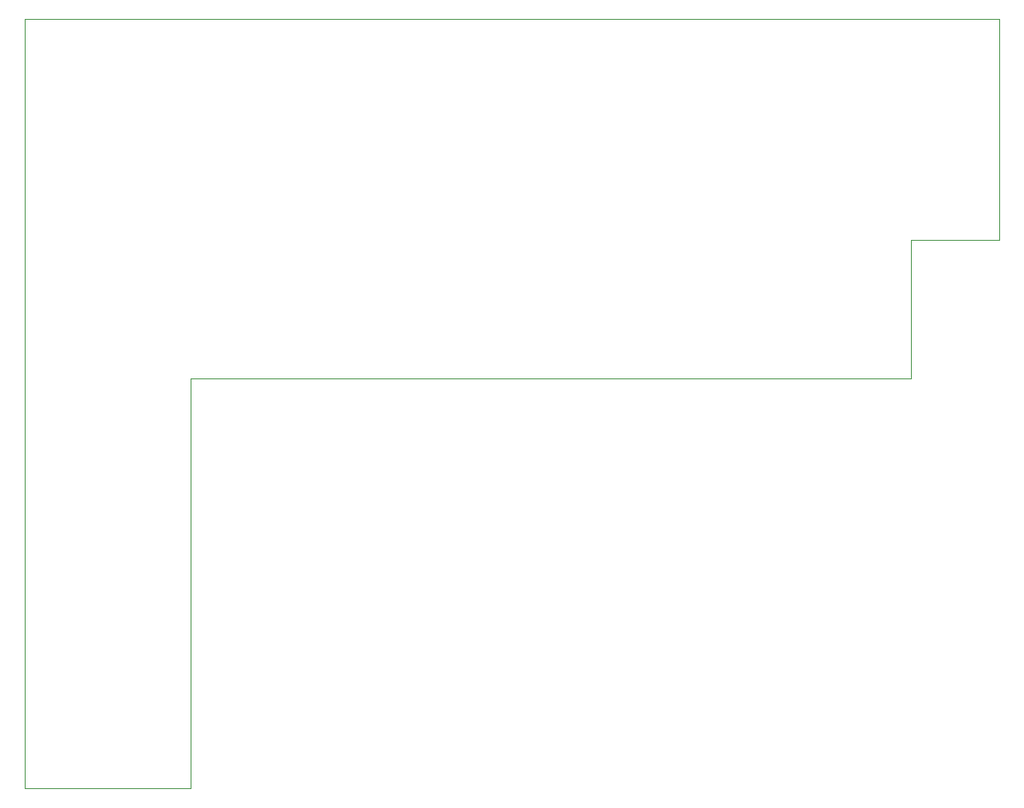
<source format=gbr>
%TF.GenerationSoftware,KiCad,Pcbnew,(5.1.10)-1*%
%TF.CreationDate,2022-01-27T16:25:42+08:00*%
%TF.ProjectId,hat,6861742e-6b69-4636-9164-5f7063625858,rev?*%
%TF.SameCoordinates,Original*%
%TF.FileFunction,Profile,NP*%
%FSLAX46Y46*%
G04 Gerber Fmt 4.6, Leading zero omitted, Abs format (unit mm)*
G04 Created by KiCad (PCBNEW (5.1.10)-1) date 2022-01-27 16:25:42*
%MOMM*%
%LPD*%
G01*
G04 APERTURE LIST*
%TA.AperFunction,Profile*%
%ADD10C,0.050000*%
%TD*%
G04 APERTURE END LIST*
D10*
X180950000Y-96920000D02*
X107050000Y-96920000D01*
X107050000Y-139000000D02*
X107050000Y-96920000D01*
X90000000Y-139000000D02*
X107050000Y-139000000D01*
X90000000Y-60000000D02*
X90000000Y-139000000D01*
X180950000Y-82670000D02*
X180950000Y-96920000D01*
X190000000Y-82670000D02*
X180950000Y-82670000D01*
X190000000Y-60000000D02*
X190000000Y-82670000D01*
X90000000Y-60000000D02*
X190000000Y-60000000D01*
M02*

</source>
